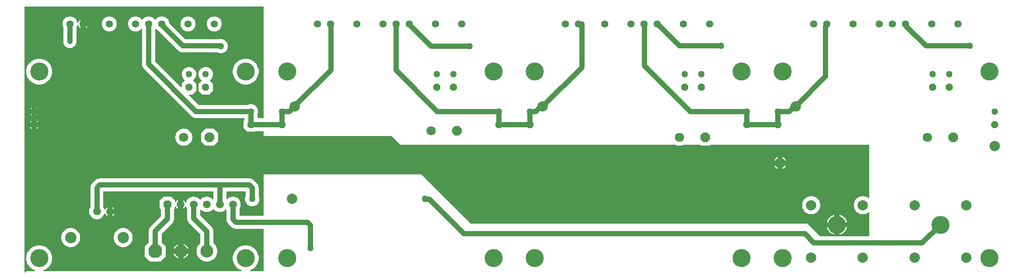
<source format=gbr>
%TF.GenerationSoftware,Altium Limited,Altium Designer,21.6.4 (81)*%
G04 Layer_Physical_Order=2*
G04 Layer_Color=16711680*
%FSLAX45Y45*%
%MOMM*%
%TF.SameCoordinates,E19561C2-E2DB-472D-B720-4EF24A879867*%
%TF.FilePolarity,Positive*%
%TF.FileFunction,Copper,L2,Bot,Signal*%
%TF.Part,Single*%
G01*
G75*
%TA.AperFunction,Conductor*%
%ADD17C,1.00000*%
%TA.AperFunction,ComponentPad*%
%ADD18C,1.42240*%
%ADD19C,2.00000*%
G04:AMPARAMS|DCode=20|XSize=1.8mm|YSize=1.8mm|CornerRadius=0mm|HoleSize=0mm|Usage=FLASHONLY|Rotation=180.000|XOffset=0mm|YOffset=0mm|HoleType=Round|Shape=Octagon|*
%AMOCTAGOND20*
4,1,8,-0.90000,0.45000,-0.90000,-0.45000,-0.45000,-0.90000,0.45000,-0.90000,0.90000,-0.45000,0.90000,0.45000,0.45000,0.90000,-0.45000,0.90000,-0.90000,0.45000,0.0*
%
%ADD20OCTAGOND20*%

%ADD21C,1.80000*%
%ADD22C,1.50000*%
G04:AMPARAMS|DCode=23|XSize=1.5mm|YSize=1.5mm|CornerRadius=0mm|HoleSize=0mm|Usage=FLASHONLY|Rotation=180.000|XOffset=0mm|YOffset=0mm|HoleType=Round|Shape=Octagon|*
%AMOCTAGOND23*
4,1,8,-0.75000,0.37500,-0.75000,-0.37500,-0.37500,-0.75000,0.37500,-0.75000,0.75000,-0.37500,0.75000,0.37500,0.37500,0.75000,-0.37500,0.75000,-0.75000,0.37500,0.0*
%
%ADD23OCTAGOND23*%

%ADD24C,2.20000*%
G04:AMPARAMS|DCode=25|XSize=1.3mm|YSize=1.3mm|CornerRadius=0mm|HoleSize=0mm|Usage=FLASHONLY|Rotation=270.000|XOffset=0mm|YOffset=0mm|HoleType=Round|Shape=Octagon|*
%AMOCTAGOND25*
4,1,8,-0.32500,-0.65000,0.32500,-0.65000,0.65000,-0.32500,0.65000,0.32500,0.32500,0.65000,-0.32500,0.65000,-0.65000,0.32500,-0.65000,-0.32500,-0.32500,-0.65000,0.0*
%
%ADD25OCTAGOND25*%

%ADD26C,1.30000*%
%ADD27C,3.50000*%
%TA.AperFunction,ViaPad*%
%ADD28C,3.50000*%
%TA.AperFunction,ComponentPad*%
G04:AMPARAMS|DCode=29|XSize=2.5mm|YSize=2.5mm|CornerRadius=0mm|HoleSize=0mm|Usage=FLASHONLY|Rotation=0.000|XOffset=0mm|YOffset=0mm|HoleType=Round|Shape=Octagon|*
%AMOCTAGOND29*
4,1,8,1.25000,-0.62500,1.25000,0.62500,0.62500,1.25000,-0.62500,1.25000,-1.25000,0.62500,-1.25000,-0.62500,-0.62500,-1.25000,0.62500,-1.25000,1.25000,-0.62500,0.0*
%
%ADD29OCTAGOND29*%

%ADD30C,2.50000*%
%TA.AperFunction,ViaPad*%
%ADD31C,0.80000*%
%ADD32C,1.27000*%
G36*
X4700000Y-2227921D02*
X4576079D01*
Y-2161625D01*
X4580459Y-2154038D01*
X4590000Y-2118431D01*
Y-2081569D01*
X4580459Y-2045962D01*
X4562028Y-2014038D01*
X4535962Y-1987972D01*
X4504038Y-1969541D01*
X4468431Y-1960000D01*
X4431569D01*
X4395962Y-1969541D01*
X4388375Y-1973921D01*
X3440003D01*
X3246815Y-1780733D01*
X3251675Y-1769000D01*
X3320000D01*
X3390000Y-1699000D01*
Y-1559000D01*
X3331968Y-1500968D01*
X3333473Y-1489534D01*
X3335975Y-1487014D01*
X3362028Y-1460962D01*
X3380459Y-1429038D01*
X3390000Y-1393431D01*
Y-1356569D01*
X3380459Y-1320962D01*
X3362028Y-1289038D01*
X3335962Y-1262972D01*
X3304038Y-1244541D01*
X3268431Y-1235000D01*
X3231569D01*
X3195962Y-1244541D01*
X3164038Y-1262972D01*
X3137972Y-1289038D01*
X3119541Y-1320962D01*
X3110000Y-1356569D01*
Y-1393431D01*
X3119541Y-1429038D01*
X3137972Y-1460962D01*
X3164025Y-1487014D01*
X3166527Y-1489534D01*
X3168032Y-1500968D01*
X3110000Y-1559000D01*
Y-1627324D01*
X3098267Y-1632184D01*
X2593539Y-1127456D01*
Y-492395D01*
X2604917Y-488826D01*
X2606239Y-488784D01*
X2633160Y-515705D01*
X2645896Y-523058D01*
X3037403Y-914565D01*
X3063515Y-934601D01*
X3093923Y-947197D01*
X3126554Y-951493D01*
X3798267D01*
X3812381Y-959641D01*
X3847606Y-969080D01*
X3884074D01*
X3919299Y-959641D01*
X3950881Y-941408D01*
X3976668Y-915621D01*
X3994902Y-884039D01*
X4004340Y-848814D01*
Y-812346D01*
X3994902Y-777121D01*
X3976668Y-745539D01*
X3950881Y-719752D01*
X3919299Y-701519D01*
X3884074Y-692080D01*
X3847606D01*
X3820529Y-699335D01*
X3178778D01*
X2869000Y-389557D01*
Y-379543D01*
X2859042Y-342380D01*
X2839805Y-309060D01*
X2812600Y-281855D01*
X2779280Y-262618D01*
X2742117Y-252660D01*
X2703643D01*
X2666480Y-262618D01*
X2633160Y-281855D01*
X2605955Y-309060D01*
X2602230Y-315512D01*
X2589530D01*
X2585805Y-309060D01*
X2558600Y-281855D01*
X2525280Y-262618D01*
X2488117Y-252660D01*
X2449643D01*
X2412480Y-262618D01*
X2379160Y-281855D01*
X2351955Y-309060D01*
X2348230Y-315512D01*
X2335530D01*
X2331805Y-309060D01*
X2304600Y-281855D01*
X2271280Y-262618D01*
X2234117Y-252660D01*
X2195643D01*
X2158480Y-262618D01*
X2125160Y-281855D01*
X2097955Y-309060D01*
X2078718Y-342380D01*
X2068760Y-379543D01*
Y-418017D01*
X2078718Y-455180D01*
X2097955Y-488500D01*
X2125160Y-515705D01*
X2158480Y-534942D01*
X2195643Y-544900D01*
X2234117D01*
X2271280Y-534942D01*
X2304600Y-515705D01*
X2328681Y-491624D01*
X2341381Y-496041D01*
Y-1179680D01*
X2345677Y-1212312D01*
X2358273Y-1242720D01*
X2378309Y-1268831D01*
X3298628Y-2189150D01*
X3298629Y-2189151D01*
X3324740Y-2209187D01*
X3355148Y-2221783D01*
X3387780Y-2226079D01*
X4323922D01*
Y-2270079D01*
X4310000Y-2284000D01*
Y-2424000D01*
X4380000Y-2494000D01*
X4520000D01*
X4533921Y-2480079D01*
X4700000D01*
Y-2575000D01*
X7175000D01*
X7350000Y-2750000D01*
X12680967D01*
X12701871Y-2758659D01*
X12733749Y-2765000D01*
X12766251D01*
X12798129Y-2758659D01*
X12819032Y-2750000D01*
X13152499D01*
X13167500Y-2765000D01*
X13332500D01*
X13347501Y-2750000D01*
X16425000D01*
Y-3780919D01*
X16413268Y-3785779D01*
X16411555Y-3784068D01*
X16382893Y-3764917D01*
X16351047Y-3751725D01*
X16317236Y-3745000D01*
X16282764D01*
X16248953Y-3751725D01*
X16217107Y-3764917D01*
X16188445Y-3784068D01*
X16164069Y-3808444D01*
X16144917Y-3837106D01*
X16131725Y-3868954D01*
X16125000Y-3902764D01*
Y-3937236D01*
X16131725Y-3971046D01*
X16144917Y-4002894D01*
X16164069Y-4031556D01*
X16188445Y-4055932D01*
X16217107Y-4075083D01*
X16248953Y-4088275D01*
X16282764Y-4095000D01*
X16317236D01*
X16351047Y-4088275D01*
X16382893Y-4075083D01*
X16411555Y-4055932D01*
X16413268Y-4054221D01*
X16425000Y-4059081D01*
Y-4523921D01*
X15473921D01*
X15225000Y-4275000D01*
X8700000D01*
X7749999Y-3325000D01*
X4700000D01*
Y-4123921D01*
X4228179D01*
Y-3985283D01*
X4235028Y-3975032D01*
X4246335Y-3947733D01*
X4252100Y-3918754D01*
Y-3889206D01*
X4246335Y-3860227D01*
X4235028Y-3832928D01*
X4218613Y-3808361D01*
X4197719Y-3787467D01*
X4173152Y-3771052D01*
X4145853Y-3759745D01*
X4116874Y-3753980D01*
X4087326D01*
X4058347Y-3759745D01*
X4031048Y-3771052D01*
X4006481Y-3787467D01*
X3986879Y-3807069D01*
X3981522Y-3806299D01*
X3974179Y-3802575D01*
Y-3651079D01*
X4348921D01*
Y-3741375D01*
X4345938Y-3746541D01*
X4336500Y-3781766D01*
Y-3818234D01*
X4345938Y-3853459D01*
X4364172Y-3885041D01*
X4389959Y-3910828D01*
X4421541Y-3929061D01*
X4456766Y-3938500D01*
X4493234D01*
X4528459Y-3929061D01*
X4560041Y-3910828D01*
X4585828Y-3885041D01*
X4604061Y-3853459D01*
X4613500Y-3818234D01*
Y-3781766D01*
X4604061Y-3746541D01*
X4601079Y-3741375D01*
Y-3583579D01*
X4596783Y-3550947D01*
X4584187Y-3520539D01*
X4564151Y-3494428D01*
X4505572Y-3435849D01*
X4479461Y-3415813D01*
X4449053Y-3403217D01*
X4416421Y-3398921D01*
X1525579D01*
X1492947Y-3403217D01*
X1462539Y-3415813D01*
X1436428Y-3435849D01*
X1377849Y-3494428D01*
X1357813Y-3520539D01*
X1345217Y-3550947D01*
X1340921Y-3583579D01*
Y-3960697D01*
X1334072Y-3970948D01*
X1322765Y-3998247D01*
X1317000Y-4027226D01*
Y-4056774D01*
X1322765Y-4085753D01*
X1334072Y-4113052D01*
X1350488Y-4137619D01*
X1371381Y-4158513D01*
X1395948Y-4174928D01*
X1423247Y-4186235D01*
X1452226Y-4192000D01*
X1481774D01*
X1510753Y-4186235D01*
X1538052Y-4174928D01*
X1562619Y-4158513D01*
X1583513Y-4137619D01*
X1599928Y-4113052D01*
X1611236Y-4085753D01*
X1613286Y-4075445D01*
X1626320Y-4075018D01*
X1627815Y-4080598D01*
X1640980Y-4103401D01*
X1659599Y-4122020D01*
X1671001Y-4128603D01*
Y-4042001D01*
Y-3955397D01*
X1659599Y-3961980D01*
X1640980Y-3980599D01*
X1627815Y-4003402D01*
X1626320Y-4008982D01*
X1613286Y-4008555D01*
X1611236Y-3998247D01*
X1599928Y-3970948D01*
X1593079Y-3960697D01*
Y-3651079D01*
X3722021D01*
Y-3802575D01*
X3714678Y-3806299D01*
X3709321Y-3807069D01*
X3689719Y-3787467D01*
X3665152Y-3771052D01*
X3637853Y-3759745D01*
X3608874Y-3753980D01*
X3579326D01*
X3550347Y-3759745D01*
X3523048Y-3771052D01*
X3498481Y-3787467D01*
X3477587Y-3808361D01*
X3473450Y-3814553D01*
X3460750D01*
X3456613Y-3808361D01*
X3435719Y-3787467D01*
X3411152Y-3771052D01*
X3383853Y-3759745D01*
X3354874Y-3753980D01*
X3325326D01*
X3296347Y-3759745D01*
X3269048Y-3771052D01*
X3244481Y-3787467D01*
X3223587Y-3808361D01*
X3207172Y-3832928D01*
X3195865Y-3860227D01*
X3193814Y-3870535D01*
X3180780Y-3870962D01*
X3179285Y-3865382D01*
X3166120Y-3842579D01*
X3147501Y-3823960D01*
X3136100Y-3817378D01*
Y-3903979D01*
Y-3990582D01*
X3147501Y-3984000D01*
X3166120Y-3965381D01*
X3179285Y-3942578D01*
X3180780Y-3936998D01*
X3193814Y-3937425D01*
X3195865Y-3947733D01*
X3207172Y-3975032D01*
X3214021Y-3985283D01*
Y-4173220D01*
X3218317Y-4205852D01*
X3230913Y-4236259D01*
X3250949Y-4262371D01*
X3471451Y-4482874D01*
Y-4658275D01*
X3470037Y-4659220D01*
X3442180Y-4687077D01*
X3420292Y-4719834D01*
X3405216Y-4756232D01*
X3397530Y-4794872D01*
Y-4834268D01*
X3405216Y-4872908D01*
X3420292Y-4909306D01*
X3442180Y-4942063D01*
X3470037Y-4969920D01*
X3502794Y-4991808D01*
X3539192Y-5006884D01*
X3577832Y-5014570D01*
X3617228D01*
X3655868Y-5006884D01*
X3692266Y-4991808D01*
X3725023Y-4969920D01*
X3752880Y-4942063D01*
X3774768Y-4909306D01*
X3789844Y-4872908D01*
X3797530Y-4834268D01*
Y-4794872D01*
X3789844Y-4756232D01*
X3774768Y-4719834D01*
X3752880Y-4687077D01*
X3725023Y-4659220D01*
X3723609Y-4658275D01*
Y-4430650D01*
X3719313Y-4398018D01*
X3706718Y-4367611D01*
X3686681Y-4341499D01*
X3466179Y-4120996D01*
Y-4005385D01*
X3473522Y-4001661D01*
X3478879Y-4000891D01*
X3498481Y-4020493D01*
X3523048Y-4036908D01*
X3550347Y-4048215D01*
X3579326Y-4053980D01*
X3608874D01*
X3637853Y-4048215D01*
X3665152Y-4036908D01*
X3689719Y-4020493D01*
X3710613Y-3999599D01*
X3714750Y-3993407D01*
X3727450D01*
X3731587Y-3999599D01*
X3752481Y-4020493D01*
X3777048Y-4036908D01*
X3804347Y-4048215D01*
X3833326Y-4053980D01*
X3862874D01*
X3891853Y-4048215D01*
X3919152Y-4036908D01*
X3943719Y-4020493D01*
X3963321Y-4000891D01*
X3968678Y-4001661D01*
X3976021Y-4005385D01*
Y-4191421D01*
X3980317Y-4224053D01*
X3992913Y-4254461D01*
X4012949Y-4280572D01*
X4071528Y-4339151D01*
X4097639Y-4359187D01*
X4128047Y-4371783D01*
X4160679Y-4376079D01*
X4700000D01*
Y-5200000D01*
X4432914D01*
X4430388Y-5187300D01*
X4468419Y-5171547D01*
X4509366Y-5144187D01*
X4544188Y-5109365D01*
X4571547Y-5068419D01*
X4590392Y-5022922D01*
X4600000Y-4974623D01*
Y-4925377D01*
X4590392Y-4877077D01*
X4571547Y-4831580D01*
X4544188Y-4790634D01*
X4509366Y-4755812D01*
X4468419Y-4728453D01*
X4422922Y-4709607D01*
X4374623Y-4700000D01*
X4325377D01*
X4277078Y-4709607D01*
X4231581Y-4728453D01*
X4190634Y-4755812D01*
X4155812Y-4790634D01*
X4128453Y-4831580D01*
X4109607Y-4877077D01*
X4100000Y-4925377D01*
Y-4974623D01*
X4109607Y-5022922D01*
X4128453Y-5068419D01*
X4155812Y-5109365D01*
X4190634Y-5144187D01*
X4231581Y-5171547D01*
X4269612Y-5187300D01*
X4267086Y-5200000D01*
X432914D01*
X430388Y-5187300D01*
X468420Y-5171547D01*
X509366Y-5144187D01*
X544188Y-5109365D01*
X571547Y-5068419D01*
X590393Y-5022922D01*
X600000Y-4974623D01*
Y-4925377D01*
X590393Y-4877077D01*
X571547Y-4831580D01*
X544188Y-4790634D01*
X509366Y-4755812D01*
X468420Y-4728453D01*
X422923Y-4709607D01*
X374623Y-4700000D01*
X325378D01*
X277078Y-4709607D01*
X231581Y-4728453D01*
X190635Y-4755812D01*
X155813Y-4790634D01*
X128453Y-4831580D01*
X109608Y-4877077D01*
X100000Y-4925377D01*
Y-4974623D01*
X109608Y-5022922D01*
X128453Y-5068419D01*
X155813Y-5109365D01*
X190635Y-5144187D01*
X231581Y-5171547D01*
X269613Y-5187300D01*
X267086Y-5200000D01*
X100000D01*
X75458Y-5224542D01*
X63725Y-5219682D01*
X63724Y-63724D01*
X4700000D01*
Y-2227921D01*
D02*
G37*
%LPC*%
G36*
X1248880Y-316658D02*
Y-348780D01*
X1281002D01*
X1275795Y-339761D01*
X1257899Y-321865D01*
X1248880Y-316658D01*
D02*
G37*
G36*
X1281002Y-448780D02*
X1248880D01*
Y-480902D01*
X1257899Y-475695D01*
X1275795Y-457799D01*
X1281002Y-448780D01*
D02*
G37*
G36*
X964117Y-252660D02*
X925643D01*
X888480Y-262618D01*
X855160Y-281855D01*
X827955Y-309060D01*
X808718Y-342380D01*
X798760Y-379543D01*
Y-418017D01*
X808718Y-455180D01*
X817381Y-470186D01*
Y-743460D01*
X821677Y-776092D01*
X834273Y-806500D01*
X854309Y-832611D01*
X880421Y-852648D01*
X910829Y-865243D01*
X943460Y-869539D01*
X976092Y-865243D01*
X1006500Y-852648D01*
X1032611Y-832611D01*
X1052648Y-806500D01*
X1065243Y-776092D01*
X1069539Y-743460D01*
Y-475105D01*
X1081042Y-455180D01*
X1091000Y-418017D01*
Y-416615D01*
X1103700Y-414943D01*
X1109310Y-435881D01*
X1121965Y-457799D01*
X1139861Y-475695D01*
X1148880Y-480902D01*
Y-398780D01*
Y-316658D01*
X1139861Y-321865D01*
X1121965Y-339761D01*
X1109310Y-361679D01*
X1103700Y-382617D01*
X1091000Y-380945D01*
Y-379543D01*
X1081042Y-342380D01*
X1061805Y-309060D01*
X1034600Y-281855D01*
X1001280Y-262618D01*
X964117Y-252660D01*
D02*
G37*
G36*
X3758117D02*
X3719643D01*
X3682480Y-262618D01*
X3649160Y-281855D01*
X3621955Y-309060D01*
X3602718Y-342380D01*
X3592760Y-379543D01*
Y-418017D01*
X3602718Y-455180D01*
X3621955Y-488500D01*
X3649160Y-515705D01*
X3682480Y-534942D01*
X3719643Y-544900D01*
X3758117D01*
X3795280Y-534942D01*
X3828600Y-515705D01*
X3855805Y-488500D01*
X3875042Y-455180D01*
X3885000Y-418017D01*
Y-379543D01*
X3875042Y-342380D01*
X3855805Y-309060D01*
X3828600Y-281855D01*
X3795280Y-262618D01*
X3758117Y-252660D01*
D02*
G37*
G36*
X3250117D02*
X3211643D01*
X3174480Y-262618D01*
X3141160Y-281855D01*
X3113955Y-309060D01*
X3094718Y-342380D01*
X3084760Y-379543D01*
Y-418017D01*
X3094718Y-455180D01*
X3113955Y-488500D01*
X3141160Y-515705D01*
X3174480Y-534942D01*
X3211643Y-544900D01*
X3250117D01*
X3287280Y-534942D01*
X3320600Y-515705D01*
X3347805Y-488500D01*
X3367042Y-455180D01*
X3377000Y-418017D01*
Y-379543D01*
X3367042Y-342380D01*
X3347805Y-309060D01*
X3320600Y-281855D01*
X3287280Y-262618D01*
X3250117Y-252660D01*
D02*
G37*
G36*
X1726117D02*
X1687643D01*
X1650480Y-262618D01*
X1617160Y-281855D01*
X1589955Y-309060D01*
X1570718Y-342380D01*
X1560760Y-379543D01*
Y-418017D01*
X1570718Y-455180D01*
X1589955Y-488500D01*
X1617160Y-515705D01*
X1650480Y-534942D01*
X1687643Y-544900D01*
X1726117D01*
X1763280Y-534942D01*
X1796600Y-515705D01*
X1823805Y-488500D01*
X1843042Y-455180D01*
X1853000Y-418017D01*
Y-379543D01*
X1843042Y-342380D01*
X1823805Y-309060D01*
X1796600Y-281855D01*
X1763280Y-262618D01*
X1726117Y-252660D01*
D02*
G37*
G36*
X374623Y-1075000D02*
X325378D01*
X277078Y-1084607D01*
X231581Y-1103453D01*
X190635Y-1130812D01*
X155813Y-1165634D01*
X128453Y-1206580D01*
X109608Y-1252077D01*
X100000Y-1300377D01*
Y-1349622D01*
X109608Y-1397922D01*
X128453Y-1443419D01*
X155813Y-1484365D01*
X190635Y-1519187D01*
X231581Y-1546547D01*
X277078Y-1565392D01*
X325378Y-1575000D01*
X374623D01*
X422923Y-1565392D01*
X468420Y-1546547D01*
X509366Y-1519187D01*
X544188Y-1484365D01*
X571547Y-1443419D01*
X590393Y-1397922D01*
X600000Y-1349622D01*
Y-1300377D01*
X590393Y-1252077D01*
X571547Y-1206580D01*
X544188Y-1165634D01*
X509366Y-1130812D01*
X468420Y-1103453D01*
X422923Y-1084607D01*
X374623Y-1075000D01*
D02*
G37*
G36*
X4374622Y-1075000D02*
X4325377D01*
X4277077Y-1084607D01*
X4231580Y-1103453D01*
X4190634Y-1130812D01*
X4155812Y-1165634D01*
X4128453Y-1206581D01*
X4109607Y-1252078D01*
X4100000Y-1300377D01*
Y-1349623D01*
X4109607Y-1397922D01*
X4128453Y-1443419D01*
X4155812Y-1484366D01*
X4190634Y-1519187D01*
X4231580Y-1546547D01*
X4277077Y-1565392D01*
X4325377Y-1575000D01*
X4374622D01*
X4422922Y-1565392D01*
X4468419Y-1546547D01*
X4509365Y-1519187D01*
X4544187Y-1484366D01*
X4571547Y-1443419D01*
X4590392Y-1397922D01*
X4600000Y-1349623D01*
Y-1300377D01*
X4590392Y-1252078D01*
X4571547Y-1206581D01*
X4544187Y-1165634D01*
X4509365Y-1130812D01*
X4468419Y-1103453D01*
X4422922Y-1084607D01*
X4374622Y-1075000D01*
D02*
G37*
G36*
X3593431Y-1235000D02*
X3556569D01*
X3520962Y-1244541D01*
X3489038Y-1262972D01*
X3462972Y-1289038D01*
X3444541Y-1320962D01*
X3435000Y-1356569D01*
Y-1393431D01*
X3444541Y-1429038D01*
X3462972Y-1460962D01*
X3489025Y-1487015D01*
X3491527Y-1489534D01*
X3493032Y-1500968D01*
X3435000Y-1559000D01*
Y-1699000D01*
X3505000Y-1769000D01*
X3645000D01*
X3715000Y-1699000D01*
Y-1559000D01*
X3656968Y-1500968D01*
X3658473Y-1489534D01*
X3660975Y-1487015D01*
X3687028Y-1460962D01*
X3705459Y-1429038D01*
X3715000Y-1393431D01*
Y-1356569D01*
X3705459Y-1320962D01*
X3687028Y-1289038D01*
X3660962Y-1262972D01*
X3629038Y-1244541D01*
X3593431Y-1235000D01*
D02*
G37*
G36*
X300001Y-2024945D02*
Y-2050001D01*
X325056D01*
X322018Y-2044739D01*
X305261Y-2027982D01*
X300001Y-2024945D01*
D02*
G37*
G36*
X200001Y-2024944D02*
X194739Y-2027982D01*
X177983Y-2044739D01*
X174945Y-2050001D01*
X200001D01*
Y-2024944D01*
D02*
G37*
G36*
X325055Y-2150001D02*
X300001D01*
Y-2175055D01*
X305261Y-2172018D01*
X322018Y-2155261D01*
X325055Y-2150001D01*
D02*
G37*
G36*
X200001D02*
X174946D01*
X177983Y-2155261D01*
X194739Y-2172018D01*
X200001Y-2175056D01*
Y-2150001D01*
D02*
G37*
G36*
X300001Y-2269001D02*
Y-2304001D01*
X335001D01*
X300001Y-2269001D01*
D02*
G37*
G36*
X200001Y-2268999D02*
X165000Y-2304001D01*
X200001D01*
Y-2268999D01*
D02*
G37*
G36*
X334999Y-2404001D02*
X300001D01*
Y-2438999D01*
X334999Y-2404001D01*
D02*
G37*
G36*
X200001D02*
X165001D01*
X200001Y-2439000D01*
Y-2404001D01*
D02*
G37*
G36*
X3732500Y-2435000D02*
X3567500D01*
X3485000Y-2517500D01*
Y-2682500D01*
X3567500Y-2765000D01*
X3732500D01*
X3815000Y-2682500D01*
Y-2517500D01*
X3732500Y-2435000D01*
D02*
G37*
G36*
X3166251D02*
X3133749D01*
X3101871Y-2441341D01*
X3071843Y-2453779D01*
X3044819Y-2471836D01*
X3021836Y-2494818D01*
X3003779Y-2521843D01*
X2991341Y-2551871D01*
X2985000Y-2583749D01*
Y-2616251D01*
X2991341Y-2648129D01*
X3003779Y-2678157D01*
X3021836Y-2705181D01*
X3044819Y-2728164D01*
X3071843Y-2746221D01*
X3101871Y-2758659D01*
X3133749Y-2765000D01*
X3166251D01*
X3198129Y-2758659D01*
X3228157Y-2746221D01*
X3255181Y-2728164D01*
X3278164Y-2705181D01*
X3296221Y-2678157D01*
X3308659Y-2648129D01*
X3315000Y-2616251D01*
Y-2583749D01*
X3308659Y-2551871D01*
X3296221Y-2521843D01*
X3278164Y-2494818D01*
X3255181Y-2471836D01*
X3228157Y-2453779D01*
X3198129Y-2441341D01*
X3166251Y-2435000D01*
D02*
G37*
G36*
X14750000Y-2984529D02*
Y-3050000D01*
X14815469D01*
X14800024Y-3023248D01*
X14776752Y-2999975D01*
X14750000Y-2984529D01*
D02*
G37*
G36*
X14650000D02*
X14623248Y-2999975D01*
X14599976Y-3023248D01*
X14584531Y-3050000D01*
X14650000D01*
Y-2984529D01*
D02*
G37*
G36*
X14815469Y-3150000D02*
X14750000D01*
Y-3215470D01*
X14776752Y-3200025D01*
X14800024Y-3176752D01*
X14815469Y-3150000D01*
D02*
G37*
G36*
X14650000D02*
X14584531D01*
X14599976Y-3176752D01*
X14623248Y-3200025D01*
X14650000Y-3215470D01*
Y-3150000D01*
D02*
G37*
G36*
X2907100Y-3753980D02*
X2757100D01*
X2682100Y-3828980D01*
Y-3978980D01*
X2706021Y-4002901D01*
Y-4136236D01*
X2508379Y-4333879D01*
X2488342Y-4359991D01*
X2475747Y-4390398D01*
X2471451Y-4423030D01*
Y-4640649D01*
X2397530Y-4714570D01*
Y-4914570D01*
X2497530Y-5014570D01*
X2697530D01*
X2797530Y-4914570D01*
Y-4714570D01*
X2723609Y-4640649D01*
Y-4475254D01*
X2921251Y-4277611D01*
X2941287Y-4251499D01*
X2953883Y-4221092D01*
X2958179Y-4188460D01*
Y-4002901D01*
X2982100Y-3978980D01*
Y-3949246D01*
X2994800Y-3945843D01*
X3006080Y-3965381D01*
X3024699Y-3984000D01*
X3036101Y-3990583D01*
Y-3903979D01*
Y-3817377D01*
X3024699Y-3823960D01*
X3006080Y-3842579D01*
X2994800Y-3862117D01*
X2982100Y-3858714D01*
Y-3828980D01*
X2907100Y-3753980D01*
D02*
G37*
G36*
X1771001Y-3955398D02*
Y-3992001D01*
X1807603D01*
X1801020Y-3980599D01*
X1782401Y-3961980D01*
X1771001Y-3955398D01*
D02*
G37*
G36*
X15317236Y-3745000D02*
X15282764D01*
X15248953Y-3751725D01*
X15217107Y-3764917D01*
X15188445Y-3784068D01*
X15164069Y-3808444D01*
X15144917Y-3837106D01*
X15131725Y-3868954D01*
X15125000Y-3902764D01*
Y-3937236D01*
X15131725Y-3971046D01*
X15144917Y-4002894D01*
X15164069Y-4031556D01*
X15188445Y-4055932D01*
X15217107Y-4075083D01*
X15248953Y-4088275D01*
X15282764Y-4095000D01*
X15317236D01*
X15351045Y-4088275D01*
X15382893Y-4075083D01*
X15411555Y-4055932D01*
X15435931Y-4031556D01*
X15455083Y-4002894D01*
X15468275Y-3971046D01*
X15475000Y-3937236D01*
Y-3902764D01*
X15468275Y-3868954D01*
X15455083Y-3837106D01*
X15435931Y-3808444D01*
X15411555Y-3784068D01*
X15382893Y-3764917D01*
X15351045Y-3751725D01*
X15317236Y-3745000D01*
D02*
G37*
G36*
X1807602Y-4092000D02*
X1771001D01*
Y-4128602D01*
X1782401Y-4122020D01*
X1801020Y-4103401D01*
X1807602Y-4092000D01*
D02*
G37*
G36*
X15849998Y-4106027D02*
Y-4250000D01*
X15993971D01*
X15992314Y-4241662D01*
X15977238Y-4205265D01*
X15955350Y-4172508D01*
X15927492Y-4144650D01*
X15894736Y-4122762D01*
X15858337Y-4107686D01*
X15849998Y-4106027D01*
D02*
G37*
G36*
X15749998Y-4106028D02*
X15741663Y-4107686D01*
X15705264Y-4122762D01*
X15672507Y-4144650D01*
X15644650Y-4172508D01*
X15622762Y-4205265D01*
X15607686Y-4241662D01*
X15606027Y-4250000D01*
X15749998D01*
Y-4106028D01*
D02*
G37*
G36*
Y-4349999D02*
X15606027D01*
X15607686Y-4358338D01*
X15622762Y-4394735D01*
X15644650Y-4427493D01*
X15672507Y-4455350D01*
X15705264Y-4477238D01*
X15741663Y-4492314D01*
X15749998Y-4493972D01*
Y-4349999D01*
D02*
G37*
G36*
X15993973D02*
X15849998D01*
Y-4493973D01*
X15858337Y-4492314D01*
X15894736Y-4477238D01*
X15927492Y-4455350D01*
X15955350Y-4427493D01*
X15977238Y-4394735D01*
X15992314Y-4358338D01*
X15993973Y-4349999D01*
D02*
G37*
G36*
X1993221Y-4365000D02*
X1956779D01*
X1921038Y-4372109D01*
X1887370Y-4386055D01*
X1857069Y-4406301D01*
X1831301Y-4432069D01*
X1811055Y-4462370D01*
X1797109Y-4496037D01*
X1790000Y-4531779D01*
Y-4568221D01*
X1797109Y-4603963D01*
X1811055Y-4637631D01*
X1831301Y-4667931D01*
X1857069Y-4693699D01*
X1887370Y-4713945D01*
X1921038Y-4727891D01*
X1956779Y-4735000D01*
X1993221D01*
X2028963Y-4727891D01*
X2062631Y-4713945D01*
X2092931Y-4693699D01*
X2118699Y-4667931D01*
X2138945Y-4637631D01*
X2152891Y-4603963D01*
X2160000Y-4568221D01*
Y-4531779D01*
X2152891Y-4496037D01*
X2138945Y-4462370D01*
X2118699Y-4432069D01*
X2092931Y-4406301D01*
X2062631Y-4386055D01*
X2028963Y-4372109D01*
X1993221Y-4365000D01*
D02*
G37*
G36*
X977221D02*
X940779D01*
X905038Y-4372109D01*
X871370Y-4386055D01*
X841069Y-4406301D01*
X815301Y-4432069D01*
X795055Y-4462370D01*
X781109Y-4496037D01*
X774000Y-4531779D01*
Y-4568221D01*
X781109Y-4603963D01*
X795055Y-4637631D01*
X815301Y-4667931D01*
X841069Y-4693699D01*
X871370Y-4713945D01*
X905038Y-4727891D01*
X940779Y-4735000D01*
X977221D01*
X1012963Y-4727891D01*
X1046631Y-4713945D01*
X1076931Y-4693699D01*
X1102699Y-4667931D01*
X1122945Y-4637631D01*
X1136891Y-4603963D01*
X1144000Y-4568221D01*
Y-4531779D01*
X1136891Y-4496037D01*
X1122945Y-4462370D01*
X1102699Y-4432069D01*
X1076931Y-4406301D01*
X1046631Y-4386055D01*
X1012963Y-4372109D01*
X977221Y-4365000D01*
D02*
G37*
G36*
X3147530Y-4672922D02*
Y-4764570D01*
X3239178D01*
X3230458Y-4743518D01*
X3214043Y-4718951D01*
X3193149Y-4698057D01*
X3168582Y-4681642D01*
X3147530Y-4672922D01*
D02*
G37*
G36*
X3047530D02*
X3026478Y-4681642D01*
X3001911Y-4698057D01*
X2981017Y-4718951D01*
X2964602Y-4743518D01*
X2955882Y-4764570D01*
X3047530D01*
Y-4672922D01*
D02*
G37*
G36*
X3239178Y-4864570D02*
X3147530D01*
Y-4956218D01*
X3168582Y-4947498D01*
X3193149Y-4931083D01*
X3214043Y-4910189D01*
X3230458Y-4885622D01*
X3239178Y-4864570D01*
D02*
G37*
G36*
X3047530D02*
X2955882D01*
X2964602Y-4885622D01*
X2981017Y-4910189D01*
X3001911Y-4931083D01*
X3026478Y-4947498D01*
X3047530Y-4956218D01*
Y-4864570D01*
D02*
G37*
%LPD*%
D17*
X15592598Y-406862D02*
X15600681Y-398780D01*
X15580360Y-448968D02*
X15592598Y-436730D01*
X15580360Y-1419640D02*
Y-448968D01*
X15592598Y-436730D02*
Y-406862D01*
X15000000Y-2000000D02*
X15580360Y-1419640D01*
X17124680Y-398780D02*
X17132762Y-406862D01*
Y-439882D02*
Y-406862D01*
Y-439882D02*
X17520920Y-828040D01*
X18366701D01*
X1525579Y-3525000D02*
X3848100D01*
X1467000Y-4042000D02*
Y-3583579D01*
X1525579Y-3525000D01*
X358699Y-2900000D02*
X4806360D01*
X250000Y-2791301D02*
X358699Y-2900000D01*
X250000Y-2791301D02*
Y-2354000D01*
X4806360Y-2900000D02*
X5003800Y-2702560D01*
X5821680D01*
X12072620Y-1211580D02*
Y-397281D01*
Y-1211580D02*
X12961040Y-2100000D01*
X12312038Y-395728D02*
X12352670Y-436360D01*
X12356580D02*
X12748260Y-828040D01*
X13550861D01*
X12352670Y-436360D02*
X12356580D01*
X14875000Y-2100000D02*
X14987500Y-1987500D01*
X5998060Y-1294280D02*
Y-415240D01*
X5296170Y-1996170D02*
X5998060Y-1294280D01*
X7942480Y-835660D02*
X8676914D01*
X7522060Y-415240D02*
X7942480Y-835660D01*
X2467460Y-1179680D02*
X3387780Y-2100000D01*
X2467460Y-1179680D02*
Y-420320D01*
X3126554Y-825414D02*
X3853368D01*
X2721460Y-420320D02*
X3126554Y-825414D01*
X943460Y-743460D02*
Y-420320D01*
X563880Y-817880D02*
Y-171078D01*
X1231900Y-394508D02*
Y-171078D01*
X563880D02*
X622459Y-112500D01*
X1173321D01*
X1231900Y-171078D01*
X10100000Y-2000000D02*
X10856469Y-1243531D01*
Y-402081D01*
X9965000Y-2100000D02*
X10082500Y-1982500D01*
X7259320Y-1300480D02*
Y-393700D01*
Y-1300480D02*
X8058840Y-2100000D01*
X9250000D01*
X5192340D02*
X5296170Y-1996170D01*
X3387780Y-2100000D02*
X4450000D01*
X7905166Y-3805166D02*
X8575000Y-4475000D01*
X15175000D01*
X15350000Y-4650000D01*
X17450000D01*
X17800000Y-4300000D01*
X3848100Y-3525000D02*
X4416421D01*
X4475000Y-3583579D01*
Y-3800000D02*
Y-3583579D01*
X3848100Y-3903980D02*
Y-3525000D01*
X14650000Y-2100000D02*
X14875000D01*
X12961040Y-2100000D02*
X14043581D01*
X7830166Y-3805166D02*
X7905166D01*
X7825000Y-3800000D02*
X7830166Y-3805166D01*
X5600000Y-4750000D02*
Y-4308579D01*
X4160679Y-4250000D02*
X5541421D01*
X5600000Y-4308579D01*
X4102100Y-4191421D02*
Y-3903980D01*
Y-4191421D02*
X4160679Y-4250000D01*
X14907260Y-2882900D02*
X15800000Y-3775640D01*
X6804660Y-2702560D02*
X6985000Y-2882900D01*
X14907260D01*
X5821680Y-2702560D02*
X6804660D01*
X250000Y-2100000D02*
X450160D01*
X990600Y-1559560D02*
Y-1244600D01*
X450160Y-2100000D02*
X990600Y-1559560D01*
X563880Y-817880D02*
X990600Y-1244600D01*
X5050000Y-2100000D02*
X5192340D01*
X9850000D02*
X9965000D01*
X15800000Y-4300000D02*
Y-3775640D01*
X9250000Y-2354000D02*
X9850000D01*
Y-2100000D01*
X9250000Y-2354000D02*
Y-2100000D01*
X14650000Y-2354000D02*
Y-2100000D01*
X14050000Y-2354000D02*
X14650000D01*
X14050000Y-2354000D02*
X14050000Y-2354000D01*
X14050000Y-2354000D02*
Y-2100000D01*
X5050000Y-2354000D02*
Y-2100000D01*
X4450000Y-2354000D02*
X5050000D01*
X4450000D02*
Y-2100000D01*
X3340100Y-4173220D02*
X3597530Y-4430650D01*
X3340100Y-4173220D02*
Y-3903980D01*
X3597530Y-4814570D02*
Y-4430650D01*
X2597530Y-4814570D02*
Y-4423030D01*
X2832100Y-4188460D02*
Y-3903980D01*
X2597530Y-4423030D02*
X2832100Y-4188460D01*
X3086100Y-4803140D02*
X3108960Y-4826000D01*
X3086100Y-4803140D02*
Y-3903980D01*
X250000Y-2354000D02*
Y-2100000D01*
D18*
X18140680Y-398780D02*
D03*
X17632680D02*
D03*
X17124680D02*
D03*
X16870680D02*
D03*
X16616679D02*
D03*
X16108681D02*
D03*
X15600681D02*
D03*
X15346680D02*
D03*
X13335001D02*
D03*
X12827000D02*
D03*
X12319000D02*
D03*
X12065000D02*
D03*
X11811000D02*
D03*
X11303000D02*
D03*
X10795000D02*
D03*
X10541000D02*
D03*
X3738880D02*
D03*
X3230880D02*
D03*
X2722880D02*
D03*
X2468880D02*
D03*
X2214880D02*
D03*
X1706880D02*
D03*
X1198880D02*
D03*
X944880D02*
D03*
X5737860D02*
D03*
X5991860D02*
D03*
X6499860D02*
D03*
X7007860D02*
D03*
X7261860D02*
D03*
X7515860D02*
D03*
X8023860D02*
D03*
X8531860D02*
D03*
D19*
X14700000Y-3100000D02*
D03*
X15000000Y-2000000D02*
D03*
X18850000Y-2775000D02*
D03*
X10100000Y-2000000D02*
D03*
X5300000D02*
D03*
X18300000Y-3920000D02*
D03*
X17300000D02*
D03*
X18300000Y-4940000D02*
D03*
X17300000D02*
D03*
X16300000Y-3920000D02*
D03*
X15300000D02*
D03*
X16300000Y-4940000D02*
D03*
X15300000D02*
D03*
X5250000Y-3800000D02*
D03*
D20*
X13250000Y-2600000D02*
D03*
X18050000D02*
D03*
X8438960Y-2476500D02*
D03*
X3650000Y-2600000D02*
D03*
D21*
X12750000D02*
D03*
X17550000D02*
D03*
X7938960Y-2476500D02*
D03*
X3150000Y-2600000D02*
D03*
D22*
X4102100Y-3903980D02*
D03*
X3848100D02*
D03*
X3594100D02*
D03*
X3340100D02*
D03*
X3086100D02*
D03*
X1467000Y-4042000D02*
D03*
X1721000D02*
D03*
D23*
X2832100Y-3903980D02*
D03*
D24*
X959000Y-4550000D02*
D03*
X1975000D02*
D03*
D25*
X14650000Y-2354000D02*
D03*
X17650000Y-1629000D02*
D03*
X17975000D02*
D03*
X18850000Y-2354000D02*
D03*
X9850000Y-2354000D02*
D03*
X12850000Y-1629000D02*
D03*
X13175000D02*
D03*
X14050000Y-2354000D02*
D03*
X5050000D02*
D03*
X8050000Y-1629000D02*
D03*
X8375000D02*
D03*
X9250000Y-2354000D02*
D03*
X3250000Y-1629000D02*
D03*
X3575000Y-1629000D02*
D03*
X4450000Y-2354000D02*
D03*
X250000D02*
D03*
D26*
X14650000Y-2100000D02*
D03*
X17650000Y-1375000D02*
D03*
X17975000D02*
D03*
X18850000Y-2100000D02*
D03*
X9850000Y-2100000D02*
D03*
X12850000Y-1375000D02*
D03*
X13175000D02*
D03*
X14050000Y-2100000D02*
D03*
X5050000D02*
D03*
X8050000Y-1375000D02*
D03*
X8375000D02*
D03*
X9250000Y-2100000D02*
D03*
X3250000Y-1375000D02*
D03*
X3575000Y-1375000D02*
D03*
X4450000Y-2100000D02*
D03*
X250000D02*
D03*
D27*
X17800000Y-4300000D02*
D03*
X15800000D02*
D03*
D28*
X18750000Y-1325000D02*
D03*
X14750000D02*
D03*
X13950000Y-1325000D02*
D03*
X9950000D02*
D03*
X9150000D02*
D03*
X5150000D02*
D03*
X4350000Y-1325000D02*
D03*
X18750000Y-4950000D02*
D03*
X4350000D02*
D03*
X14750000Y-4950000D02*
D03*
X5150000Y-4950000D02*
D03*
X9150000D02*
D03*
X350000D02*
D03*
X13950000D02*
D03*
X9950000D02*
D03*
X350000Y-1325000D02*
D03*
D29*
X2597530Y-4814570D02*
D03*
D30*
X3097530D02*
D03*
X3597530D02*
D03*
D31*
X16361000Y-2832000D02*
D03*
X16234000Y-3086000D02*
D03*
X16361000Y-3340000D02*
D03*
X16234000Y-3594000D02*
D03*
X16361000Y-4356000D02*
D03*
X16107001Y-2832000D02*
D03*
X15980000Y-3086000D02*
D03*
X16107001Y-3340000D02*
D03*
X15980000Y-3594000D02*
D03*
Y-4102000D02*
D03*
X16107001Y-4356000D02*
D03*
X15853000Y-3340000D02*
D03*
X15725999Y-3594000D02*
D03*
X15853000Y-3848000D02*
D03*
X15472000Y-3086000D02*
D03*
X15599001Y-3340000D02*
D03*
X15472000Y-3594000D02*
D03*
X15599001Y-3848000D02*
D03*
X15472000Y-4102000D02*
D03*
X15217999Y-3086000D02*
D03*
Y-3594000D02*
D03*
X15345000Y-4356000D02*
D03*
X14964000Y-3086000D02*
D03*
X15091000Y-3340000D02*
D03*
X14964000Y-3594000D02*
D03*
X15091000Y-3848000D02*
D03*
X14964000Y-4102000D02*
D03*
X14837000Y-2832000D02*
D03*
X14710001Y-3086000D02*
D03*
X14837000Y-3340000D02*
D03*
X14710001Y-3594000D02*
D03*
X14837000Y-3848000D02*
D03*
X14710001Y-4102000D02*
D03*
X14583000Y-2832000D02*
D03*
X14456000Y-3086000D02*
D03*
X14583000Y-3340000D02*
D03*
X14456000Y-3594000D02*
D03*
X14583000Y-3848000D02*
D03*
X14456000Y-4102000D02*
D03*
X14328999Y-2832000D02*
D03*
X14202000Y-3086000D02*
D03*
X14328999Y-3340000D02*
D03*
X14202000Y-3594000D02*
D03*
X14328999Y-3848000D02*
D03*
X14202000Y-4102000D02*
D03*
X14075000Y-2832000D02*
D03*
X13948000Y-3086000D02*
D03*
X14075000Y-3340000D02*
D03*
X13948000Y-3594000D02*
D03*
X14075000Y-3848000D02*
D03*
X13948000Y-4102000D02*
D03*
X13821001Y-2832000D02*
D03*
X13694000Y-3086000D02*
D03*
X13821001Y-3340000D02*
D03*
X13694000Y-3594000D02*
D03*
X13821001Y-3848000D02*
D03*
X13694000Y-4102000D02*
D03*
X13567000Y-2832000D02*
D03*
X13439999Y-3086000D02*
D03*
X13567000Y-3340000D02*
D03*
X13439999Y-3594000D02*
D03*
X13567000Y-3848000D02*
D03*
X13439999Y-4102000D02*
D03*
X13313000Y-2832000D02*
D03*
X13186000Y-3086000D02*
D03*
X13313000Y-3340000D02*
D03*
X13186000Y-3594000D02*
D03*
X13313000Y-3848000D02*
D03*
X13186000Y-4102000D02*
D03*
X13059000Y-2832000D02*
D03*
X12932001Y-3086000D02*
D03*
X13059000Y-3340000D02*
D03*
X12932001Y-3594000D02*
D03*
X13059000Y-3848000D02*
D03*
X12932001Y-4102000D02*
D03*
X12805000Y-2832000D02*
D03*
X12678000Y-3086000D02*
D03*
X12805000Y-3340000D02*
D03*
X12678000Y-3594000D02*
D03*
X12805000Y-3848000D02*
D03*
X12678000Y-4102000D02*
D03*
X12551000Y-2832000D02*
D03*
X12424000Y-3086000D02*
D03*
X12551000Y-3340000D02*
D03*
X12424000Y-3594000D02*
D03*
X12551000Y-3848000D02*
D03*
X12424000Y-4102000D02*
D03*
X12297000Y-2832000D02*
D03*
X12170000Y-3086000D02*
D03*
X12297000Y-3340000D02*
D03*
X12170000Y-3594000D02*
D03*
X12297000Y-3848000D02*
D03*
X12170000Y-4102000D02*
D03*
X12043000Y-2832000D02*
D03*
X11916000Y-3086000D02*
D03*
X12043000Y-3340000D02*
D03*
X11916000Y-3594000D02*
D03*
X12043000Y-3848000D02*
D03*
X11916000Y-4102000D02*
D03*
X11789000Y-2832000D02*
D03*
X11662000Y-3086000D02*
D03*
X11789000Y-3340000D02*
D03*
X11662000Y-3594000D02*
D03*
X11789000Y-3848000D02*
D03*
X11662000Y-4102000D02*
D03*
X11535000Y-2832000D02*
D03*
X11408000Y-3086000D02*
D03*
X11535000Y-3340000D02*
D03*
X11408000Y-3594000D02*
D03*
X11535000Y-3848000D02*
D03*
X11408000Y-4102000D02*
D03*
X11281000Y-2832000D02*
D03*
X11154000Y-3086000D02*
D03*
X11281000Y-3340000D02*
D03*
X11154000Y-3594000D02*
D03*
X11281000Y-3848000D02*
D03*
X11154000Y-4102000D02*
D03*
X11027000Y-2832000D02*
D03*
X10900000Y-3086000D02*
D03*
X11027000Y-3340000D02*
D03*
X10900000Y-3594000D02*
D03*
X11027000Y-3848000D02*
D03*
X10900000Y-4102000D02*
D03*
X10773000Y-2832000D02*
D03*
X10646000Y-3086000D02*
D03*
X10773000Y-3340000D02*
D03*
X10646000Y-3594000D02*
D03*
X10773000Y-3848000D02*
D03*
X10646000Y-4102000D02*
D03*
X10519000Y-2832000D02*
D03*
X10392000Y-3086000D02*
D03*
X10519000Y-3340000D02*
D03*
X10392000Y-3594000D02*
D03*
X10519000Y-3848000D02*
D03*
X10392000Y-4102000D02*
D03*
X10265000Y-2832000D02*
D03*
X10138000Y-3086000D02*
D03*
X10265000Y-3340000D02*
D03*
X10138000Y-3594000D02*
D03*
X10265000Y-3848000D02*
D03*
X10138000Y-4102000D02*
D03*
X10011000Y-2832000D02*
D03*
X9884000Y-3086000D02*
D03*
X10011000Y-3340000D02*
D03*
X9884000Y-3594000D02*
D03*
X10011000Y-3848000D02*
D03*
X9884000Y-4102000D02*
D03*
X9757000Y-2832000D02*
D03*
X9630000Y-3086000D02*
D03*
X9757000Y-3340000D02*
D03*
X9630000Y-3594000D02*
D03*
X9757000Y-3848000D02*
D03*
X9630000Y-4102000D02*
D03*
X9503000Y-2832000D02*
D03*
X9376000Y-3086000D02*
D03*
X9503000Y-3340000D02*
D03*
X9376000Y-3594000D02*
D03*
X9503000Y-3848000D02*
D03*
X9376000Y-4102000D02*
D03*
X9249000Y-2832000D02*
D03*
X9122000Y-3086000D02*
D03*
X9249000Y-3340000D02*
D03*
X9122000Y-3594000D02*
D03*
X9249000Y-3848000D02*
D03*
X9122000Y-4102000D02*
D03*
X8995000Y-2832000D02*
D03*
X8868000Y-3086000D02*
D03*
X8995000Y-3340000D02*
D03*
X8868000Y-3594000D02*
D03*
X8995000Y-3848000D02*
D03*
X8868000Y-4102000D02*
D03*
X8741000Y-2832000D02*
D03*
X8614000Y-3086000D02*
D03*
X8741000Y-3340000D02*
D03*
X8614000Y-3594000D02*
D03*
X8741000Y-3848000D02*
D03*
X8614000Y-4102000D02*
D03*
X8487000Y-2832000D02*
D03*
X8360000Y-3086000D02*
D03*
X8487000Y-3340000D02*
D03*
X8360000Y-3594000D02*
D03*
X8487000Y-3848000D02*
D03*
X8233000Y-2832000D02*
D03*
X8106000Y-3086000D02*
D03*
X8233000Y-3340000D02*
D03*
X8106000Y-3594000D02*
D03*
X7979000Y-2832000D02*
D03*
X7725000D02*
D03*
X7471000D02*
D03*
X7217000D02*
D03*
X6963000D02*
D03*
X6709000D02*
D03*
X6455000D02*
D03*
X6201000D02*
D03*
X5947000D02*
D03*
X5693000D02*
D03*
X5439000D02*
D03*
X5185000D02*
D03*
X4931000D02*
D03*
X4550000Y-546000D02*
D03*
Y-1054000D02*
D03*
Y-1562000D02*
D03*
Y-2578000D02*
D03*
X4677000Y-2832000D02*
D03*
X4296000Y-546000D02*
D03*
X4423000Y-1816000D02*
D03*
X4296000Y-2578000D02*
D03*
X4423000Y-2832000D02*
D03*
X4296000Y-3086000D02*
D03*
X4042000Y-546000D02*
D03*
Y-1054000D02*
D03*
Y-1562000D02*
D03*
X4169000Y-1816000D02*
D03*
Y-2324000D02*
D03*
X4042000Y-2578000D02*
D03*
X4169000Y-2832000D02*
D03*
X4042000Y-3086000D02*
D03*
X4169000Y-3340000D02*
D03*
X4042000Y-4610000D02*
D03*
Y-5118000D02*
D03*
X3788000Y-1054000D02*
D03*
X3915000Y-1308000D02*
D03*
X3788000Y-1562000D02*
D03*
X3915000Y-1816000D02*
D03*
Y-2324000D02*
D03*
Y-2832000D02*
D03*
X3788000Y-3086000D02*
D03*
X3915000Y-3340000D02*
D03*
X3788000Y-4102000D02*
D03*
X3915000Y-4356000D02*
D03*
X3788000Y-4610000D02*
D03*
X3915000Y-4864000D02*
D03*
X3788000Y-5118000D02*
D03*
X3661000Y-2832000D02*
D03*
X3534000Y-3086000D02*
D03*
Y-4102000D02*
D03*
Y-5118000D02*
D03*
X3407000Y-2832000D02*
D03*
X3280000Y-3086000D02*
D03*
Y-4610000D02*
D03*
Y-5118000D02*
D03*
X3026000Y-2070000D02*
D03*
X3153000Y-2832000D02*
D03*
X3026000Y-4102000D02*
D03*
X3153000Y-4356000D02*
D03*
X3026000Y-4610000D02*
D03*
Y-5118000D02*
D03*
X2772000Y-1054000D02*
D03*
X2899000Y-1308000D02*
D03*
X2772000Y-2070000D02*
D03*
X2899000Y-2324000D02*
D03*
X2772000Y-2578000D02*
D03*
X2899000Y-2832000D02*
D03*
Y-4356000D02*
D03*
X2772000Y-4610000D02*
D03*
X2899000Y-4864000D02*
D03*
X2772000Y-5118000D02*
D03*
X2645000Y-800000D02*
D03*
X2518000Y-1562000D02*
D03*
X2645000Y-1816000D02*
D03*
X2518000Y-2070000D02*
D03*
X2645000Y-2324000D02*
D03*
X2518000Y-3086000D02*
D03*
X2645000Y-3340000D02*
D03*
X2518000Y-4102000D02*
D03*
Y-5118000D02*
D03*
X2264000Y-1562000D02*
D03*
X2391000Y-1816000D02*
D03*
X2264000Y-2070000D02*
D03*
X2391000Y-2324000D02*
D03*
X2264000Y-3086000D02*
D03*
X2391000Y-3340000D02*
D03*
Y-3848000D02*
D03*
X2264000Y-4102000D02*
D03*
X2391000Y-4356000D02*
D03*
X2264000Y-4610000D02*
D03*
Y-5118000D02*
D03*
X2010000Y-1562000D02*
D03*
X2137000Y-1816000D02*
D03*
X2010000Y-2578000D02*
D03*
X2137000Y-2832000D02*
D03*
X2010000Y-3086000D02*
D03*
X2137000Y-3340000D02*
D03*
Y-3848000D02*
D03*
X2010000Y-4102000D02*
D03*
X2137000Y-4356000D02*
D03*
Y-4864000D02*
D03*
X2010000Y-5118000D02*
D03*
X1883000Y-1816000D02*
D03*
X1756000Y-2578000D02*
D03*
X1883000Y-2832000D02*
D03*
X1756000Y-3086000D02*
D03*
X1883000Y-3340000D02*
D03*
Y-3848000D02*
D03*
X1756000Y-4610000D02*
D03*
X1883000Y-4864000D02*
D03*
X1756000Y-5118000D02*
D03*
X1502000Y-546000D02*
D03*
X1629000Y-2324000D02*
D03*
X1502000Y-2578000D02*
D03*
X1629000Y-2832000D02*
D03*
Y-4356000D02*
D03*
X1502000Y-4610000D02*
D03*
X1629000Y-4864000D02*
D03*
X1502000Y-5118000D02*
D03*
X1248000Y-546000D02*
D03*
X1375000Y-2324000D02*
D03*
X1248000Y-2578000D02*
D03*
Y-3594000D02*
D03*
Y-4102000D02*
D03*
X1375000Y-4356000D02*
D03*
X1248000Y-4610000D02*
D03*
X1375000Y-4864000D02*
D03*
X1248000Y-5118000D02*
D03*
X1121000Y-1308000D02*
D03*
X994000Y-3086000D02*
D03*
X1121000Y-3340000D02*
D03*
X994000Y-3594000D02*
D03*
X1121000Y-3848000D02*
D03*
X994000Y-4102000D02*
D03*
X1121000Y-4356000D02*
D03*
Y-4864000D02*
D03*
X994000Y-5118000D02*
D03*
X867000Y-1308000D02*
D03*
X740000Y-2070000D02*
D03*
Y-2578000D02*
D03*
X867000Y-2832000D02*
D03*
X740000Y-3086000D02*
D03*
X867000Y-3340000D02*
D03*
X740000Y-3594000D02*
D03*
X867000Y-3848000D02*
D03*
X740000Y-4102000D02*
D03*
Y-4610000D02*
D03*
X867000Y-4864000D02*
D03*
X740000Y-5118000D02*
D03*
X486000Y-1054000D02*
D03*
X613000Y-1816000D02*
D03*
X486000Y-2070000D02*
D03*
X613000Y-2324000D02*
D03*
X486000Y-2578000D02*
D03*
X613000Y-2832000D02*
D03*
X486000Y-3086000D02*
D03*
X613000Y-3340000D02*
D03*
X486000Y-3594000D02*
D03*
X613000Y-3848000D02*
D03*
X486000Y-4102000D02*
D03*
X613000Y-4356000D02*
D03*
X486000Y-4610000D02*
D03*
X232000Y-1054000D02*
D03*
X359000Y-1816000D02*
D03*
X232000Y-2578000D02*
D03*
X359000Y-2832000D02*
D03*
X232000Y-3086000D02*
D03*
X359000Y-3340000D02*
D03*
X232000Y-3594000D02*
D03*
X359000Y-3848000D02*
D03*
X232000Y-4102000D02*
D03*
X359000Y-4356000D02*
D03*
X232000Y-4610000D02*
D03*
D32*
X13550861Y-828040D02*
D03*
X7825000Y-3800000D02*
D03*
X5600000Y-4750000D02*
D03*
X4475000Y-3800000D02*
D03*
X10883900Y-2882900D02*
D03*
X5821680Y-2702560D02*
D03*
X18366701Y-822920D02*
D03*
X8684220Y-835660D02*
D03*
X3865840Y-830580D02*
D03*
%TF.MD5,22f3944fda0a624fb863a27be10ac8a8*%
M02*

</source>
